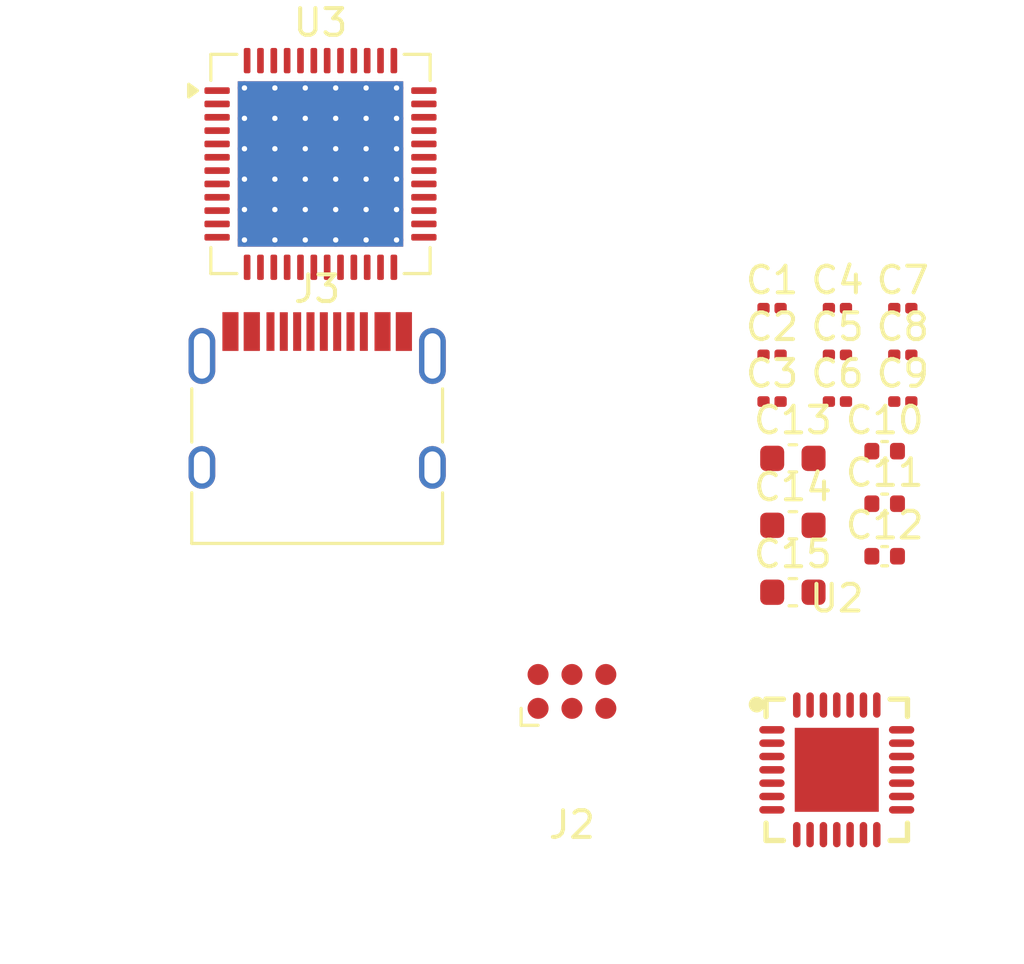
<source format=kicad_pcb>
(kicad_pcb (version 20241229) (generator "pcbnew") (generator_version "9.0")
  (layers (0 "F.Cu" signal) (2 "B.Cu" signal) (13 "F.Paste" user) (15 "B.Paste" user) (5 "F.SilkS" user "F.Silkscreen") (7 "B.SilkS" user "B.Silkscreen") (1 "F.Mask" user) (3 "B.Mask" user) (25 "Edge.Cuts" user))
  (net 0 "")
  (net 1 "GND")
  (net 2 "+3V3")
  (net 3 "Net-(J2-~{RESET})")
  (net 4 "Net-(J2-SWDIO)")
  (net 5 "Net-(J2-SWCLK)")
  (net 6 "Net-(J2-SWO)")
  (net 8 "Net-(J3-VBUS-PadA4)")
  (net 11 "Net-(J3-CC2)")
  (net 12 "Net-(J3-CC1)")
  (net 16 "Net-(U2-LX2)")
  (net 17 "Net-(U2-EN4)")
  (net 18 "Net-(U2-EN2)")
  (net 19 "Net-(U2-LX3)")
  (net 20 "+1V2")
  (net 21 "+1V0")
  (net 22 "Net-(U2-LX1)")
  (net 23 "+1V5")
  (net 24 "Net-(U2-EN3)")
  (net 25 "Net-(U2-LX4)")
  (net 26 "+1V8")
  (net 27 "Net-(U2-PG4)")
  (footprint "Capacitor_SMD:C_0603_1608Metric" (layer "F.Cu") (at 96.664999 63.48)
    (property "Reference" "C15" (at 0 -1.43 0) (layer "F.SilkS"))
    (property "Value" "10u")
    (fp_line (start -0.14058 -0.51) (end 0.14058 -0.51) (stroke (width 0.12)) (layer "F.SilkS"))
    (fp_line (start -0.14058 0.51) (end 0.14058 0.51) (stroke (width 0.12)) (layer "F.SilkS"))
    (pad "1" smd roundrect (at -0.775 0) (size 0.9 0.95) (layers "F.Cu" "F.Mask" "F.Paste") (net 2 "+3V3"))
    (pad "2" smd roundrect (at 0.775 0) (size 0.9 0.95) (layers "F.Cu" "F.Mask" "F.Paste") (net 1 "GND"))
  )
  (footprint "Capacitor_SMD:C_0201_0603Metric" (layer "F.Cu") (at 100.784999 56.33)
    (property "Reference" "C9" (at 0 -1.05 0) (layer "F.SilkS"))
    (property "Value" "100n")
    (pad "1" smd roundrect (at -0.32 0) (size 0.46 0.4) (layers "F.Cu" "F.Mask") (net 2 "+3V3"))
    (pad "2" smd roundrect (at 0.32 0) (size 0.46 0.4) (layers "F.Cu" "F.Mask") (net 1 "GND"))
  )
  (footprint "Capacitor_SMD:C_0201_0603Metric" (layer "F.Cu") (at 98.334999 54.58)
    (property "Reference" "C5" (at 0 -1.05 0) (layer "F.SilkS"))
    (property "Value" "100n")
    (pad "1" smd roundrect (at -0.32 0) (size 0.46 0.4) (layers "F.Cu" "F.Mask") (net 2 "+3V3"))
    (pad "2" smd roundrect (at 0.32 0) (size 0.46 0.4) (layers "F.Cu" "F.Mask") (net 1 "GND"))
  )
  (footprint "Capacitor_SMD:C_0201_0603Metric" (layer "F.Cu") (at 100.784999 52.83)
    (property "Reference" "C7" (at 0 -1.05 0) (layer "F.SilkS"))
    (property "Value" "100n")
    (pad "1" smd roundrect (at -0.32 0) (size 0.46 0.4) (layers "F.Cu" "F.Mask") (net 2 "+3V3"))
    (pad "2" smd roundrect (at 0.32 0) (size 0.46 0.4) (layers "F.Cu" "F.Mask") (net 1 "GND"))
  )
  (footprint "Capacitor_SMD:C_0402_1005Metric" (layer "F.Cu") (at 100.104999 58.19)
    (property "Reference" "C10" (at 0 -1.16 0) (layer "F.SilkS"))
    (property "Value" "1u")
    (fp_line (start -0.107836 -0.36) (end 0.107836 -0.36) (stroke (width 0.12)) (layer "F.SilkS"))
    (fp_line (start -0.107836 0.36) (end 0.107836 0.36) (stroke (width 0.12)) (layer "F.SilkS"))
    (pad "1" smd roundrect (at -0.48 0) (size 0.56 0.62) (layers "F.Cu" "F.Mask" "F.Paste") (net 2 "+3V3"))
    (pad "2" smd roundrect (at 0.48 0) (size 0.56 0.62) (layers "F.Cu" "F.Mask" "F.Paste") (net 1 "GND"))
  )
  (footprint "Package_DFN_QFN:QFN-48-1EP_8x8mm_P0.5mm_EP6.2x6.2mm_ThermalVias" (layer "F.Cu") (at 78.96 47.42)
    (property "Reference" "U3" (at 0 -5.3 0) (layer "F.SilkS"))
    (property "Value" "FT232H")
    (fp_line (start -4.11 -4.11) (end -3.135 -4.11) (stroke (width 0.12)) (layer "F.SilkS"))
    (fp_line (start -4.11 -3.135) (end -4.11 -4.11) (stroke (width 0.12)) (layer "F.SilkS"))
    (fp_line (start -4.11 4.11) (end -4.11 3.135) (stroke (width 0.12)) (layer "F.SilkS"))
    (fp_line (start -3.135 4.11) (end -4.11 4.11) (stroke (width 0.12)) (layer "F.SilkS"))
    (fp_line (start 3.135 -4.11) (end 4.11 -4.11) (stroke (width 0.12)) (layer "F.SilkS"))
    (fp_line (start 4.11 -4.11) (end 4.11 -3.135) (stroke (width 0.12)) (layer "F.SilkS"))
    (fp_line (start 4.11 3.135) (end 4.11 4.11) (stroke (width 0.12)) (layer "F.SilkS"))
    (fp_line (start 4.11 4.11) (end 3.135 4.11) (stroke (width 0.12)) (layer "F.SilkS"))
    (fp_poly (pts (xy -4.61 -2.75) (xy -4.94 -2.51) (xy -4.94 -2.99)) (stroke (width 0.12)) (fill yes) (layer "F.SilkS"))
    (pad "1" smd roundrect (at -3.875 -2.75) (size 0.95 0.25) (layers "F.Cu" "F.Mask" "F.Paste"))
    (pad "2" smd roundrect (at -3.875 -2.25) (size 0.95 0.25) (layers "F.Cu" "F.Mask" "F.Paste"))
    (pad "3" smd roundrect (at -3.875 -1.75) (size 0.95 0.25) (layers "F.Cu" "F.Mask" "F.Paste"))
    (pad "4" smd roundrect (at -3.875 -1.25) (size 0.95 0.25) (layers "F.Cu" "F.Mask" "F.Paste"))
    (pad "5" smd roundrect (at -3.875 -0.75) (size 0.95 0.25) (layers "F.Cu" "F.Mask" "F.Paste"))
    (pad "6" smd roundrect (at -3.875 -0.25) (size 0.95 0.25) (layers "F.Cu" "F.Mask" "F.Paste"))
    (pad "7" smd roundrect (at -3.875 0.25) (size 0.95 0.25) (layers "F.Cu" "F.Mask" "F.Paste"))
    (pad "8" smd roundrect (at -3.875 0.75) (size 0.95 0.25) (layers "F.Cu" "F.Mask" "F.Paste"))
    (pad "9" smd roundrect (at -3.875 1.25) (size 0.95 0.25) (layers "F.Cu" "F.Mask" "F.Paste"))
    (pad "10" smd roundrect (at -3.875 1.75) (size 0.95 0.25) (layers "F.Cu" "F.Mask" "F.Paste"))
    (pad "11" smd roundrect (at -3.875 2.25) (size 0.95 0.25) (layers "F.Cu" "F.Mask" "F.Paste"))
    (pad "12" smd roundrect (at -3.875 2.75) (size 0.95 0.25) (layers "F.Cu" "F.Mask" "F.Paste"))
    (pad "13" smd roundrect (at -2.75 3.875) (size 0.25 0.95) (layers "F.Cu" "F.Mask" "F.Paste"))
    (pad "14" smd roundrect (at -2.25 3.875) (size 0.25 0.95) (layers "F.Cu" "F.Mask" "F.Paste"))
    (pad "15" smd roundrect (at -1.75 3.875) (size 0.25 0.95) (layers "F.Cu" "F.Mask" "F.Paste"))
    (pad "16" smd roundrect (at -1.25 3.875) (size 0.25 0.95) (layers "F.Cu" "F.Mask" "F.Paste"))
    (pad "17" smd roundrect (at -0.75 3.875) (size 0.25 0.95) (layers "F.Cu" "F.Mask" "F.Paste"))
    (pad "18" smd roundrect (at -0.25 3.875) (size 0.25 0.95) (layers "F.Cu" "F.Mask" "F.Paste"))
    (pad "19" smd roundrect (at 0.25 3.875) (size 0.25 0.95) (layers "F.Cu" "F.Mask" "F.Paste"))
    (pad "20" smd roundrect (at 0.75 3.875) (size 0.25 0.95) (layers "F.Cu" "F.Mask" "F.Paste"))
    (pad "21" smd roundrect (at 1.25 3.875) (size 0.25 0.95) (layers "F.Cu" "F.Mask" "F.Paste"))
    (pad "22" smd roundrect (at 1.75 3.875) (size 0.25 0.95) (layers "F.Cu" "F.Mask" "F.Paste"))
    (pad "23" smd roundrect (at 2.25 3.875) (size 0.25 0.95) (layers "F.Cu" "F.Mask" "F.Paste"))
    (pad "24" smd roundrect (at 2.75 3.875) (size 0.25 0.95) (layers "F.Cu" "F.Mask" "F.Paste"))
    (pad "25" smd roundrect (at 3.875 2.75) (size 0.95 0.25) (layers "F.Cu" "F.Mask" "F.Paste"))
    (pad "26" smd roundrect (at 3.875 2.25) (size 0.95 0.25) (layers "F.Cu" "F.Mask" "F.Paste"))
    (pad "27" smd roundrect (at 3.875 1.75) (size 0.95 0.25) (layers "F.Cu" "F.Mask" "F.Paste"))
    (pad "28" smd roundrect (at 3.875 1.25) (size 0.95 0.25) (layers "F.Cu" "F.Mask" "F.Paste"))
    (pad "29" smd roundrect (at 3.875 0.75) (size 0.95 0.25) (layers "F.Cu" "F.Mask" "F.Paste"))
    (pad "30" smd roundrect (at 3.875 0.25) (size 0.95 0.25) (layers "F.Cu" "F.Mask" "F.Paste"))
    (pad "31" smd roundrect (at 3.875 -0.25) (size 0.95 0.25) (layers "F.Cu" "F.Mask" "F.Paste"))
    (pad "32" smd roundrect (at 3.875 -0.75) (size 0.95 0.25) (layers "F.Cu" "F.Mask" "F.Paste"))
    (pad "33" smd roundrect (at 3.875 -1.25) (size 0.95 0.25) (layers "F.Cu" "F.Mask" "F.Paste"))
    (pad "34" smd roundrect (at 3.875 -1.75) (size 0.95 0.25) (layers "F.Cu" "F.Mask" "F.Paste"))
    (pad "35" smd roundrect (at 3.875 -2.25) (size 0.95 0.25) (layers "F.Cu" "F.Mask" "F.Paste"))
    (pad "36" smd roundrect (at 3.875 -2.75) (size 0.95 0.25) (layers "F.Cu" "F.Mask" "F.Paste"))
    (pad "37" smd roundrect (at 2.75 -3.875) (size 0.25 0.95) (layers "F.Cu" "F.Mask" "F.Paste"))
    (pad "38" smd roundrect (at 2.25 -3.875) (size 0.25 0.95) (layers "F.Cu" "F.Mask" "F.Paste"))
    (pad "39" smd roundrect (at 1.75 -3.875) (size 0.25 0.95) (layers "F.Cu" "F.Mask" "F.Paste"))
    (pad "40" smd roundrect (at 1.25 -3.875) (size 0.25 0.95) (layers "F.Cu" "F.Mask" "F.Paste"))
    (pad "41" smd roundrect (at 0.75 -3.875) (size 0.25 0.95) (layers "F.Cu" "F.Mask" "F.Paste"))
    (pad "42" smd roundrect (at 0.25 -3.875) (size 0.25 0.95) (layers "F.Cu" "F.Mask" "F.Paste"))
    (pad "43" smd roundrect (at -0.25 -3.875) (size 0.25 0.95) (layers "F.Cu" "F.Mask" "F.Paste"))
    (pad "44" smd roundrect (at -0.75 -3.875) (size 0.25 0.95) (layers "F.Cu" "F.Mask" "F.Paste"))
    (pad "45" smd roundrect (at -1.25 -3.875) (size 0.25 0.95) (layers "F.Cu" "F.Mask" "F.Paste"))
    (pad "46" smd roundrect (at -1.75 -3.875) (size 0.25 0.95) (layers "F.Cu" "F.Mask" "F.Paste"))
    (pad "47" smd roundrect (at -2.25 -3.875) (size 0.25 0.95) (layers "F.Cu" "F.Mask" "F.Paste"))
    (pad "48" smd roundrect (at -2.75 -3.875) (size 0.25 0.95) (layers "F.Cu" "F.Mask" "F.Paste"))
    (pad "49" thru_hole circle (at -2.85 -2.85) (size 0.5 0.5) (drill 0.2) (property pad_prop_heatsink) (layers "*.Cu"))
    (pad "49" thru_hole circle (at -2.85 -1.71) (size 0.5 0.5) (drill 0.2) (property pad_prop_heatsink) (layers "*.Cu"))
    (pad "49" thru_hole circle (at -2.85 -0.57) (size 0.5 0.5) (drill 0.2) (property pad_prop_heatsink) (layers "*.Cu"))
    (pad "49" thru_hole circle (at -2.85 0.57) (size 0.5 0.5) (drill 0.2) (property pad_prop_heatsink) (layers "*.Cu"))
    (pad "49" thru_hole circle (at -2.85 1.71) (size 0.5 0.5) (drill 0.2) (property pad_prop_heatsink) (layers "*.Cu"))
    (pad "49" thru_hole circle (at -2.85 2.85) (size 0.5 0.5) (drill 0.2) (property pad_prop_heatsink) (layers "*.Cu"))
    (pad "49" thru_hole circle (at -1.71 -2.85) (size 0.5 0.5) (drill 0.2) (property pad_prop_heatsink) (layers "*.Cu"))
    (pad "49" thru_hole circle (at -1.71 -1.71) (size 0.5 0.5) (drill 0.2) (property pad_prop_heatsink) (layers "*.Cu"))
    (pad "49" thru_hole circle (at -1.71 -0.57) (size 0.5 0.5) (drill 0.2) (property pad_prop_heatsink) (layers "*.Cu"))
    (pad "49" thru_hole circle (at -1.71 0.57) (size 0.5 0.5) (drill 0.2) (property pad_prop_heatsink) (layers "*.Cu"))
    (pad "49" thru_hole circle (at -1.71 1.71) (size 0.5 0.5) (drill 0.2) (property pad_prop_heatsink) (layers "*.Cu"))
    (pad "49" thru_hole circle (at -1.71 2.85) (size 0.5 0.5) (drill 0.2) (property pad_prop_heatsink) (layers "*.Cu"))
    (pad "49" thru_hole circle (at -0.57 -2.85) (size 0.5 0.5) (drill 0.2) (property pad_prop_heatsink) (layers "*.Cu"))
    (pad "49" thru_hole circle (at -0.57 -1.71) (size 0.5 0.5) (drill 0.2) (property pad_prop_heatsink) (layers "*.Cu"))
    (pad "49" thru_hole circle (at -0.57 -0.57) (size 0.5 0.5) (drill 0.2) (property pad_prop_heatsink) (layers "*.Cu"))
    (pad "49" thru_hole circle (at -0.57 0.57) (size 0.5 0.5) (drill 0.2) (property pad_prop_heatsink) (layers "*.Cu"))
    (pad "49" thru_hole circle (at -0.57 1.71) (size 0.5 0.5) (drill 0.2) (property pad_prop_heatsink) (layers "*.Cu"))
    (pad "49" thru_hole circle (at -0.57 2.85) (size 0.5 0.5) (drill 0.2) (property pad_prop_heatsink) (layers "*.Cu"))
    (pad "49" smd rect (at 0 0) (size 6.2 6.2) (property pad_prop_heatsink) (layers "F.Cu" "F.Mask"))
    (pad "49" smd rect (at 0 0) (size 6.2 6.2) (property pad_prop_heatsink) (layers "B.Cu"))
    (pad "49" thru_hole circle (at 0.57 -2.85) (size 0.5 0.5) (drill 0.2) (property pad_prop_heatsink) (layers "*.Cu"))
    (pad "49" thru_hole circle (at 0.57 -1.71) (size 0.5 0.5) (drill 0.2) (property pad_prop_heatsink) (layers "*.Cu"))
    (pad "49" thru_hole circle (at 0.57 -0.57) (size 0.5 0.5) (drill 0.2) (property pad_prop_heatsink) (layers "*.Cu"))
    (pad "49" thru_hole circle (at 0.57 0.57) (size 0.5 0.5) (drill 0.2) (property pad_prop_heatsink) (layers "*.Cu"))
    (pad "49" thru_hole circle (at 0.57 1.71) (size 0.5 0.5) (drill 0.2) (property pad_prop_heatsink) (layers "*.Cu"))
    (pad "49" thru_hole circle (at 0.57 2.85) (size 0.5 0.5) (drill 0.2) (property pad_prop_heatsink) (layers "*.Cu"))
    (pad "49" thru_hole circle (at 1.71 -2.85) (size 0.5 0.5) (drill 0.2) (property pad_prop_heatsink) (layers "*.Cu"))
    (pad "49" thru_hole circle (at 1.71 -1.71) (size 0.5 0.5) (drill 0.2) (property pad_prop_heatsink) (layers "*.Cu"))
    (pad "49" thru_hole circle (at 1.71 -0.57) (size 0.5 0.5) (drill 0.2) (property pad_prop_heatsink) (layers "*.Cu"))
    (pad "49" thru_hole circle (at 1.71 0.57) (size 0.5 0.5) (drill 0.2) (property pad_prop_heatsink) (layers "*.Cu"))
    (pad "49" thru_hole circle (at 1.71 1.71) (size 0.5 0.5) (drill 0.2) (property pad_prop_heatsink) (layers "*.Cu"))
    (pad "49" thru_hole circle (at 1.71 2.85) (size 0.5 0.5) (drill 0.2) (property pad_prop_heatsink) (layers "*.Cu"))
    (pad "49" thru_hole circle (at 2.85 -2.85) (size 0.5 0.5) (drill 0.2) (property pad_prop_heatsink) (layers "*.Cu"))
    (pad "49" thru_hole circle (at 2.85 -1.71) (size 0.5 0.5) (drill 0.2) (property pad_prop_heatsink) (layers "*.Cu"))
    (pad "49" thru_hole circle (at 2.85 -0.57) (size 0.5 0.5) (drill 0.2) (property pad_prop_heatsink) (layers "*.Cu"))
    (pad "49" thru_hole circle (at 2.85 0.57) (size 0.5 0.5) (drill 0.2) (property pad_prop_heatsink) (layers "*.Cu"))
    (pad "49" thru_hole circle (at 2.85 1.71) (size 0.5 0.5) (drill 0.2) (property pad_prop_heatsink) (layers "*.Cu"))
    (pad "49" thru_hole circle (at 2.85 2.85) (size 0.5 0.5) (drill 0.2) (property pad_prop_heatsink) (layers "*.Cu"))
  )
  (footprint "easyeda2kicad:QFN-28_L5.0-W5.0-P0.50-TL-EP3.2" (layer "F.Cu") (at 98.31 70.14)
    (property "Reference" "U2" (at 0 -6.43 0) (layer "F.SilkS"))
    (property "Value" "MAX20029ATIA/V+")
    (fp_line (start -2.65 -2.65) (end -2 -2.65) (stroke (width 0.2)) (layer "F.SilkS"))
    (fp_line (start -2.65 -2) (end -2.65 -2.65) (stroke (width 0.2)) (layer "F.SilkS"))
    (fp_line (start -2.65 2) (end -2.65 2.65) (stroke (width 0.2)) (layer "F.SilkS"))
    (fp_line (start -2.65 2.65) (end -2 2.65) (stroke (width 0.2)) (layer "F.SilkS"))
    (fp_line (start 2 2.65) (end 2.65 2.65) (stroke (width 0.2)) (layer "F.SilkS"))
    (fp_line (start 2.65 -2.65) (end 2 -2.65) (stroke (width 0.2)) (layer "F.SilkS"))
    (fp_line (start 2.65 -2) (end 2.65 -2.65) (stroke (width 0.2)) (layer "F.SilkS"))
    (fp_line (start 2.65 2.65) (end 2.65 2) (stroke (width 0.2)) (layer "F.SilkS"))
    (fp_arc (start -3 -2.45) (mid -3 -2.45) (end -3 -2.45) (stroke (width 0.3)) (layer "F.SilkS"))
    (pad "1" smd oval (at -2.43 -1.5) (size 0.95 0.28) (layers "F.Cu" "F.Mask" "F.Paste") (net 2 "+3V3"))
    (pad "2" smd oval (at -2.43 -1) (size 0.95 0.28) (layers "F.Cu" "F.Mask" "F.Paste") (net 2 "+3V3"))
    (pad "3" smd oval (at -2.43 -0.5) (size 0.95 0.28) (layers "F.Cu" "F.Mask" "F.Paste") (net 22 "Net-(U2-LX1)"))
    (pad "4" smd oval (at -2.43 0) (size 0.95 0.28) (layers "F.Cu" "F.Mask" "F.Paste") (net 1 "GND"))
    (pad "5" smd oval (at -2.43 0.5) (size 0.95 0.28) (layers "F.Cu" "F.Mask" "F.Paste") (net 1 "GND"))
    (pad "6" smd oval (at -2.43 1) (size 0.95 0.28) (layers "F.Cu" "F.Mask" "F.Paste") (net 16 "Net-(U2-LX2)"))
    (pad "7" smd oval (at -2.43 1.5) (size 0.95 0.28) (layers "F.Cu" "F.Mask" "F.Paste") (net 2 "+3V3"))
    (pad "8" smd oval (at -1.5 2.43) (size 0.28 0.95) (layers "F.Cu" "F.Mask" "F.Paste") (net 20 "+1V2"))
    (pad "9" smd oval (at -1 2.43) (size 0.28 0.95) (layers "F.Cu" "F.Mask" "F.Paste") (net 18 "Net-(U2-EN2)"))
    (pad "10" smd oval (at -0.5 2.43) (size 0.28 0.95) (layers "F.Cu" "F.Mask" "F.Paste") (net 24 "Net-(U2-EN3)"))
    (pad "11" smd oval (at 0 2.43) (size 0.28 0.95) (layers "F.Cu" "F.Mask" "F.Paste") (net 1 "GND"))
    (pad "12" smd oval (at 0.5 2.43) (size 0.28 0.95) (layers "F.Cu" "F.Mask" "F.Paste") (net 17 "Net-(U2-EN4)"))
    (pad "13" smd oval (at 1 2.43) (size 0.28 0.95) (layers "F.Cu" "F.Mask" "F.Paste") (net 24 "Net-(U2-EN3)"))
    (pad "14" smd oval (at 1.5 2.43) (size 0.28 0.95) (layers "F.Cu" "F.Mask" "F.Paste") (net 23 "+1V5"))
    (pad "15" smd oval (at 2.43 1.5) (size 0.95 0.28) (layers "F.Cu" "F.Mask" "F.Paste") (net 2 "+3V3"))
    (pad "16" smd oval (at 2.43 1) (size 0.95 0.28) (layers "F.Cu" "F.Mask" "F.Paste") (net 19 "Net-(U2-LX3)"))
    (pad "17" smd oval (at 2.43 0.5) (size 0.95 0.28) (layers "F.Cu" "F.Mask" "F.Paste") (net 1 "GND"))
    (pad "18" smd oval (at 2.43 0) (size 0.95 0.28) (layers "F.Cu" "F.Mask" "F.Paste") (net 1 "GND"))
    (pad "19" smd oval (at 2.43 -0.5) (size 0.95 0.28) (layers "F.Cu" "F.Mask" "F.Paste") (net 25 "Net-(U2-LX4)"))
    (pad "20" smd oval (at 2.43 -1) (size 0.95 0.28) (layers "F.Cu" "F.Mask" "F.Paste") (net 2 "+3V3"))
    (pad "21" smd oval (at 2.43 -1.5) (size 0.95 0.28) (layers "F.Cu" "F.Mask" "F.Paste") (net 17 "Net-(U2-EN4)"))
    (pad "22" smd oval (at 1.5 -2.43) (size 0.28 0.95) (layers "F.Cu" "F.Mask" "F.Paste") (net 26 "+1V8"))
    (pad "23" smd oval (at 1 -2.43) (size 0.28 0.95) (layers "F.Cu" "F.Mask" "F.Paste") (net 27 "Net-(U2-PG4)"))
    (pad "24" smd oval (at 0.5 -2.43) (size 0.28 0.95) (layers "F.Cu" "F.Mask" "F.Paste") (net 1 "GND"))
    (pad "25" smd oval (at 0 -2.43) (size 0.28 0.95) (layers "F.Cu" "F.Mask" "F.Paste") (net 1 "GND"))
    (pad "26" smd oval (at -0.5 -2.43) (size 0.28 0.95) (layers "F.Cu" "F.Mask" "F.Paste") (net 2 "+3V3"))
    (pad "27" smd oval (at -1 -2.43) (size 0.28 0.95) (layers "F.Cu" "F.Mask" "F.Paste") (net 18 "Net-(U2-EN2)"))
    (pad "28" smd oval (at -1.5 -2.43) (size 0.28 0.95) (layers "F.Cu" "F.Mask" "F.Paste") (net 21 "+1V0"))
    (pad "29" smd rect (at 0 0) (size 3.15 3.15) (layers "F.Cu" "F.Mask" "F.Paste") (net 1 "GND"))
  )
  (footprint "Capacitor_SMD:C_0201_0603Metric" (layer "F.Cu") (at 98.334999 52.83)
    (property "Reference" "C4" (at 0 -1.05 0) (layer "F.SilkS"))
    (property "Value" "100n")
    (pad "1" smd roundrect (at -0.32 0) (size 0.46 0.4) (layers "F.Cu" "F.Mask") (net 2 "+3V3"))
    (pad "2" smd roundrect (at 0.32 0) (size 0.46 0.4) (layers "F.Cu" "F.Mask") (net 1 "GND"))
  )
  (footprint "Capacitor_SMD:C_0603_1608Metric" (layer "F.Cu") (at 96.664999 60.97)
    (property "Reference" "C14" (at 0 -1.43 0) (layer "F.SilkS"))
    (property "Value" "10u")
    (fp_line (start -0.14058 -0.51) (end 0.14058 -0.51) (stroke (width 0.12)) (layer "F.SilkS"))
    (fp_line (start -0.14058 0.51) (end 0.14058 0.51) (stroke (width 0.12)) (layer "F.SilkS"))
    (pad "1" smd roundrect (at -0.775 0) (size 0.9 0.95) (layers "F.Cu" "F.Mask" "F.Paste") (net 2 "+3V3"))
    (pad "2" smd roundrect (at 0.775 0) (size 0.9 0.95) (layers "F.Cu" "F.Mask" "F.Paste") (net 1 "GND"))
  )
  (footprint "Connector_USB:USB_C_Receptacle_HRO_TYPE-C-31-M-12" (layer "F.Cu") (at 78.834999 57.75)
    (property "Reference" "J3" (at 0 -5.645 0) (layer "F.SilkS"))
    (property "Value" "USB_C_Receptacle_USB2.0_16P")
    (fp_line (start -4.7 -1.9) (end -4.7 0.1) (stroke (width 0.12)) (layer "F.SilkS"))
    (fp_line (start -4.7 2) (end -4.7 3.9) (stroke (width 0.12)) (layer "F.SilkS"))
    (fp_line (start -4.7 3.9) (end 4.7 3.9) (stroke (width 0.12)) (layer "F.SilkS"))
    (fp_line (start 4.7 -1.9) (end 4.7 0.1) (stroke (width 0.12)) (layer "F.SilkS"))
    (fp_line (start 4.7 2) (end 4.7 3.9) (stroke (width 0.12)) (layer "F.SilkS"))
    (pad "" np_thru_hole circle (at -2.89 -2.6) (size 0.65 0.65) (drill 0.65) (layers "*.Cu" "*.Mask"))
    (pad "" np_thru_hole circle (at 2.89 -2.6) (size 0.65 0.65) (drill 0.65) (layers "*.Cu" "*.Mask"))
    (pad "A1" smd rect (at -3.25 -4.045) (size 0.6 1.45) (layers "F.Cu" "F.Mask" "F.Paste") (net 1 "GND"))
    (pad "A4" smd rect (at -2.45 -4.045) (size 0.6 1.45) (layers "F.Cu" "F.Mask" "F.Paste") (net 8 "Net-(J3-VBUS-PadA4)"))
    (pad "A5" smd rect (at -1.25 -4.045) (size 0.3 1.45) (layers "F.Cu" "F.Mask" "F.Paste") (net 12 "Net-(J3-CC1)"))
    (pad "A6" smd rect (at -0.25 -4.045) (size 0.3 1.45) (layers "F.Cu" "F.Mask" "F.Paste"))
    (pad "A7" smd rect (at 0.25 -4.045) (size 0.3 1.45) (layers "F.Cu" "F.Mask" "F.Paste"))
    (pad "A8" smd rect (at 1.25 -4.045) (size 0.3 1.45) (layers "F.Cu" "F.Mask" "F.Paste"))
    (pad "A9" smd rect (at 2.45 -4.045) (size 0.6 1.45) (layers "F.Cu" "F.Mask" "F.Paste") (net 8 "Net-(J3-VBUS-PadA4)"))
    (pad "A12" smd rect (at 3.25 -4.045) (size 0.6 1.45) (layers "F.Cu" "F.Mask" "F.Paste") (net 1 "GND"))
    (pad "B1" smd rect (at 3.25 -4.045) (size 0.6 1.45) (layers "F.Cu" "F.Mask" "F.Paste") (net 1 "GND"))
    (pad "B4" smd rect (at 2.45 -4.045) (size 0.6 1.45) (layers "F.Cu" "F.Mask" "F.Paste") (net 8 "Net-(J3-VBUS-PadA4)"))
    (pad "B5" smd rect (at 1.75 -4.045) (size 0.3 1.45) (layers "F.Cu" "F.Mask" "F.Paste") (net 11 "Net-(J3-CC2)"))
    (pad "B6" smd rect (at 0.75 -4.045) (size 0.3 1.45) (layers "F.Cu" "F.Mask" "F.Paste"))
    (pad "B7" smd rect (at -0.75 -4.045) (size 0.3 1.45) (layers "F.Cu" "F.Mask" "F.Paste"))
    (pad "B8" smd rect (at -1.75 -4.045) (size 0.3 1.45) (layers "F.Cu" "F.Mask" "F.Paste"))
    (pad "B9" smd rect (at -2.45 -4.045) (size 0.6 1.45) (layers "F.Cu" "F.Mask" "F.Paste") (net 8 "Net-(J3-VBUS-PadA4)"))
    (pad "B12" smd rect (at -3.25 -4.045) (size 0.6 1.45) (layers "F.Cu" "F.Mask" "F.Paste") (net 1 "GND"))
    (pad "S1" thru_hole oval (at -4.32 -3.13) (size 1 2.1) (drill oval 0.6 1.7) (property pad_prop_heatsink) (layers "*.Cu" "*.Mask") (net 1 "GND"))
    (pad "S1" thru_hole oval (at -4.32 1.05) (size 1 1.6) (drill oval 0.6 1.2) (property pad_prop_heatsink) (layers "*.Cu" "*.Mask") (net 1 "GND"))
    (pad "S1" thru_hole oval (at 4.32 -3.13) (size 1 2.1) (drill oval 0.6 1.7) (property pad_prop_heatsink) (layers "*.Cu" "*.Mask") (net 1 "GND"))
    (pad "S1" thru_hole oval (at 4.32 1.05) (size 1 1.6) (drill oval 0.6 1.2) (property pad_prop_heatsink) (layers "*.Cu" "*.Mask") (net 1 "GND"))
  )
  (footprint "Capacitor_SMD:C_0201_0603Metric" (layer "F.Cu") (at 100.784999 54.58)
    (property "Reference" "C8" (at 0 -1.05 0) (layer "F.SilkS"))
    (property "Value" "100n")
    (pad "1" smd roundrect (at -0.32 0) (size 0.46 0.4) (layers "F.Cu" "F.Mask") (net 2 "+3V3"))
    (pad "2" smd roundrect (at 0.32 0) (size 0.46 0.4) (layers "F.Cu" "F.Mask") (net 1 "GND"))
  )
  (footprint "Capacitor_SMD:C_0402_1005Metric" (layer "F.Cu") (at 100.104999 62.13)
    (property "Reference" "C12" (at 0 -1.16 0) (layer "F.SilkS"))
    (property "Value" "1u")
    (fp_line (start -0.107836 -0.36) (end 0.107836 -0.36) (stroke (width 0.12)) (layer "F.SilkS"))
    (fp_line (start -0.107836 0.36) (end 0.107836 0.36) (stroke (width 0.12)) (layer "F.SilkS"))
    (pad "1" smd roundrect (at -0.48 0) (size 0.56 0.62) (layers "F.Cu" "F.Mask" "F.Paste") (net 2 "+3V3"))
    (pad "2" smd roundrect (at 0.48 0) (size 0.56 0.62) (layers "F.Cu" "F.Mask" "F.Paste") (net 1 "GND"))
  )
  (footprint "Connector:Tag-Connect_TC2030-IDC-FP_2x03_P1.27mm_Vertical" (layer "F.Cu") (at 88.384999 67.2)
    (property "Reference" "J2" (at 0 5 0) (layer "F.SilkS"))
    (property "Value" "Conn_ARM_SWD_TagConnect_TC2030")
    (fp_line (start -1.905 1.27) (end -1.905 0.635) (stroke (width 0.12)) (layer "F.SilkS"))
    (fp_line (start -1.27 1.27) (end -1.905 1.27) (stroke (width 0.12)) (layer "F.SilkS"))
    (pad "" np_thru_hole circle (at -2.54 -2.54) (size 2.3749 2.3749) (drill 2.3749) (layers "*.Cu" "*.Mask"))
    (pad "" np_thru_hole circle (at -2.54 0) (size 0.9906 0.9906) (drill 0.9906) (layers "*.Cu" "*.Mask"))
    (pad "" np_thru_hole circle (at -2.54 2.54) (size 2.3749 2.3749) (drill 2.3749) (layers "*.Cu" "*.Mask"))
    (pad "" np_thru_hole circle (at 0.635 -2.54) (size 2.3749 2.3749) (drill 2.3749) (layers "*.Cu" "*.Mask"))
    (pad "" np_thru_hole circle (at 0.635 2.54) (size 2.3749 2.3749) (drill 2.3749) (layers "*.Cu" "*.Mask"))
    (pad "" np_thru_hole circle (at 2.54 -1.016) (size 0.9906 0.9906) (drill 0.9906) (layers "*.Cu" "*.Mask"))
    (pad "" np_thru_hole circle (at 2.54 1.016) (size 0.9906 0.9906) (drill 0.9906) (layers "*.Cu" "*.Mask"))
    (pad "1" connect circle (at -1.27 0.635) (size 0.7874 0.7874) (layers "F.Cu" "F.Mask") (net 2 "+3V3"))
    (pad "2" connect circle (at -1.27 -0.635) (size 0.7874 0.7874) (layers "F.Cu" "F.Mask") (net 4 "Net-(J2-SWDIO)"))
    (pad "3" connect circle (at 0 0.635) (size 0.7874 0.7874) (layers "F.Cu" "F.Mask") (net 3 "Net-(J2-~{RESET})"))
    (pad "4" connect circle (at 0 -0.635) (size 0.7874 0.7874) (layers "F.Cu" "F.Mask") (net 5 "Net-(J2-SWCLK)"))
    (pad "5" connect circle (at 1.27 0.635) (size 0.7874 0.7874) (layers "F.Cu" "F.Mask") (net 1 "GND"))
    (pad "6" connect circle (at 1.27 -0.635) (size 0.7874 0.7874) (layers "F.Cu" "F.Mask") (net 6 "Net-(J2-SWO)"))
  )
  (footprint "Capacitor_SMD:C_0201_0603Metric" (layer "F.Cu") (at 95.884999 52.83)
    (property "Reference" "C1" (at 0 -1.05 0) (layer "F.SilkS"))
    (property "Value" "100n")
    (pad "1" smd roundrect (at -0.32 0) (size 0.46 0.4) (layers "F.Cu" "F.Mask") (net 2 "+3V3"))
    (pad "2" smd roundrect (at 0.32 0) (size 0.46 0.4) (layers "F.Cu" "F.Mask") (net 1 "GND"))
  )
  (footprint "Capacitor_SMD:C_0603_1608Metric" (layer "F.Cu") (at 96.664999 58.46)
    (property "Reference" "C13" (at 0 -1.43 0) (layer "F.SilkS"))
    (property "Value" "10u")
    (fp_line (start -0.14058 -0.51) (end 0.14058 -0.51) (stroke (width 0.12)) (layer "F.SilkS"))
    (fp_line (start -0.14058 0.51) (end 0.14058 0.51) (stroke (width 0.12)) (layer "F.SilkS"))
    (pad "1" smd roundrect (at -0.775 0) (size 0.9 0.95) (layers "F.Cu" "F.Mask" "F.Paste") (net 2 "+3V3"))
    (pad "2" smd roundrect (at 0.775 0) (size 0.9 0.95) (layers "F.Cu" "F.Mask" "F.Paste") (net 1 "GND"))
  )
  (footprint "Capacitor_SMD:C_0201_0603Metric" (layer "F.Cu") (at 95.884999 54.58)
    (property "Reference" "C2" (at 0 -1.05 0) (layer "F.SilkS"))
    (property "Value" "100n")
    (pad "1" smd roundrect (at -0.32 0) (size 0.46 0.4) (layers "F.Cu" "F.Mask") (net 2 "+3V3"))
    (pad "2" smd roundrect (at 0.32 0) (size 0.46 0.4) (layers "F.Cu" "F.Mask") (net 1 "GND"))
  )
  (footprint "Capacitor_SMD:C_0402_1005Metric" (layer "F.Cu") (at 100.104999 60.16)
    (property "Reference" "C11" (at 0 -1.16 0) (layer "F.SilkS"))
    (property "Value" "1u")
    (fp_line (start -0.107836 -0.36) (end 0.107836 -0.36) (stroke (width 0.12)) (layer "F.SilkS"))
    (fp_line (start -0.107836 0.36) (end 0.107836 0.36) (stroke (width 0.12)) (layer "F.SilkS"))
    (pad "1" smd roundrect (at -0.48 0) (size 0.56 0.62) (layers "F.Cu" "F.Mask" "F.Paste") (net 2 "+3V3"))
    (pad "2" smd roundrect (at 0.48 0) (size 0.56 0.62) (layers "F.Cu" "F.Mask" "F.Paste") (net 1 "GND"))
  )
  (footprint "Capacitor_SMD:C_0201_0603Metric" (layer "F.Cu") (at 95.884999 56.33)
    (property "Reference" "C3" (at 0 -1.05 0) (layer "F.SilkS"))
    (property "Value" "100n")
    (pad "1" smd roundrect (at -0.32 0) (size 0.46 0.4) (layers "F.Cu" "F.Mask") (net 2 "+3V3"))
    (pad "2" smd roundrect (at 0.32 0) (size 0.46 0.4) (layers "F.Cu" "F.Mask") (net 1 "GND"))
  )
  (footprint "Capacitor_SMD:C_0201_0603Metric" (layer "F.Cu") (at 98.334999 56.33)
    (property "Reference" "C6" (at 0 -1.05 0) (layer "F.SilkS"))
    (property "Value" "100n")
    (pad "1" smd roundrect (at -0.32 0) (size 0.46 0.4) (layers "F.Cu" "F.Mask") (net 2 "+3V3"))
    (pad "2" smd roundrect (at 0.32 0) (size 0.46 0.4) (layers "F.Cu" "F.Mask") (net 1 "GND"))
  )
)
</source>
